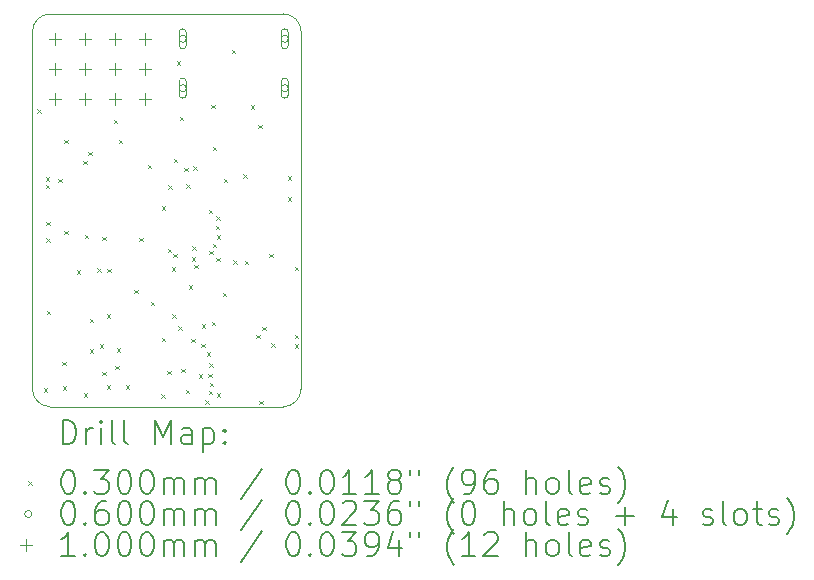
<source format=gbr>
%TF.GenerationSoftware,KiCad,Pcbnew,8.0.2*%
%TF.CreationDate,2024-08-03T15:43:03+02:00*%
%TF.ProjectId,ant control board v1.3,616e7420-636f-46e7-9472-6f6c20626f61,1.1*%
%TF.SameCoordinates,Original*%
%TF.FileFunction,Drillmap*%
%TF.FilePolarity,Positive*%
%FSLAX45Y45*%
G04 Gerber Fmt 4.5, Leading zero omitted, Abs format (unit mm)*
G04 Created by KiCad (PCBNEW 8.0.2) date 2024-08-03 15:43:03*
%MOMM*%
%LPD*%
G01*
G04 APERTURE LIST*
%ADD10C,0.050000*%
%ADD11C,0.100000*%
%ADD12C,0.200000*%
G04 APERTURE END LIST*
D10*
X13725000Y-6975000D02*
G75*
G02*
X13875000Y-6825000I150000J0D01*
G01*
D11*
X13875000Y-6825000D02*
X15850000Y-6825000D01*
D10*
X13875000Y-10150000D02*
G75*
G02*
X13725000Y-10000000I0J150000D01*
G01*
D11*
X16000000Y-6975000D02*
X16000000Y-10000000D01*
D10*
X15850000Y-6825000D02*
G75*
G02*
X16000000Y-6975000I0J-150000D01*
G01*
D11*
X13725000Y-10000000D02*
X13725000Y-6975000D01*
X15850000Y-10150000D02*
X13875000Y-10150000D01*
D10*
X16000000Y-10000000D02*
G75*
G02*
X15850000Y-10150000I-150000J0D01*
G01*
D12*
D11*
X13764500Y-7630400D02*
X13794500Y-7660400D01*
X13794500Y-7630400D02*
X13764500Y-7660400D01*
X13822920Y-9992600D02*
X13852920Y-10022600D01*
X13852920Y-9992600D02*
X13822920Y-10022600D01*
X13838160Y-8270480D02*
X13868160Y-8300480D01*
X13868160Y-8270480D02*
X13838160Y-8300480D01*
X13839400Y-8207200D02*
X13869400Y-8237200D01*
X13869400Y-8207200D02*
X13839400Y-8237200D01*
X13840700Y-8722600D02*
X13870700Y-8752600D01*
X13870700Y-8722600D02*
X13840700Y-8752600D01*
X13843240Y-8585440D02*
X13873240Y-8615440D01*
X13873240Y-8585440D02*
X13843240Y-8615440D01*
X13846090Y-9338600D02*
X13876090Y-9368600D01*
X13876090Y-9338600D02*
X13846090Y-9368600D01*
X13944400Y-8219680D02*
X13974400Y-8249680D01*
X13974400Y-8219680D02*
X13944400Y-8249680D01*
X13978900Y-9769080D02*
X14008900Y-9799080D01*
X14008900Y-9769080D02*
X13978900Y-9799080D01*
X13980400Y-9977360D02*
X14010400Y-10007360D01*
X14010400Y-9977360D02*
X13980400Y-10007360D01*
X13993100Y-7892020D02*
X14023100Y-7922020D01*
X14023100Y-7892020D02*
X13993100Y-7922020D01*
X13995640Y-8661640D02*
X14025640Y-8691640D01*
X14025640Y-8661640D02*
X13995640Y-8691640D01*
X14099780Y-8994380D02*
X14129780Y-9024380D01*
X14129780Y-8994380D02*
X14099780Y-9024380D01*
X14153192Y-8067512D02*
X14183192Y-8097512D01*
X14183192Y-8067512D02*
X14153192Y-8097512D01*
X14160332Y-10036800D02*
X14190332Y-10066800D01*
X14190332Y-10036800D02*
X14160332Y-10066800D01*
X14166508Y-8696349D02*
X14196508Y-8726349D01*
X14196508Y-8696349D02*
X14166508Y-8726349D01*
X14198840Y-7991080D02*
X14228840Y-8021080D01*
X14228840Y-7991080D02*
X14198840Y-8021080D01*
X14209000Y-9662400D02*
X14239000Y-9692400D01*
X14239000Y-9662400D02*
X14209000Y-9692400D01*
X14209307Y-9405209D02*
X14239307Y-9435209D01*
X14239307Y-9405209D02*
X14209307Y-9435209D01*
X14272500Y-8976600D02*
X14302500Y-9006600D01*
X14302500Y-8976600D02*
X14272500Y-9006600D01*
X14294569Y-9620969D02*
X14324569Y-9650969D01*
X14324569Y-9620969D02*
X14294569Y-9650969D01*
X14315089Y-9855008D02*
X14345089Y-9885008D01*
X14345089Y-9855008D02*
X14315089Y-9885008D01*
X14315800Y-8712440D02*
X14345800Y-8742440D01*
X14345800Y-8712440D02*
X14315800Y-8742440D01*
X14353780Y-9367760D02*
X14383780Y-9397760D01*
X14383780Y-9367760D02*
X14353780Y-9397760D01*
X14356320Y-9967200D02*
X14386320Y-9997200D01*
X14386320Y-9967200D02*
X14356320Y-9997200D01*
X14358860Y-8982560D02*
X14388860Y-9012560D01*
X14388860Y-8982560D02*
X14358860Y-9012560D01*
X14412200Y-7721840D02*
X14442200Y-7751840D01*
X14442200Y-7721840D02*
X14412200Y-7751840D01*
X14424900Y-9803520D02*
X14454900Y-9833520D01*
X14454900Y-9803520D02*
X14424900Y-9833520D01*
X14437600Y-9657320D02*
X14467600Y-9687320D01*
X14467600Y-9657320D02*
X14437600Y-9687320D01*
X14457920Y-7892020D02*
X14487920Y-7922020D01*
X14487920Y-7892020D02*
X14457920Y-7922020D01*
X14514810Y-9967200D02*
X14544810Y-9997200D01*
X14544810Y-9967200D02*
X14514810Y-9997200D01*
X14587460Y-9162020D02*
X14617460Y-9192020D01*
X14617460Y-9162020D02*
X14587460Y-9192020D01*
X14627359Y-8718378D02*
X14657359Y-8748378D01*
X14657359Y-8718378D02*
X14627359Y-8748378D01*
X14702513Y-8102086D02*
X14732513Y-8132086D01*
X14732513Y-8102086D02*
X14702513Y-8132086D01*
X14726040Y-9261080D02*
X14756040Y-9291080D01*
X14756040Y-9261080D02*
X14726040Y-9291080D01*
X14814800Y-10043400D02*
X14844800Y-10073400D01*
X14844800Y-10043400D02*
X14814800Y-10073400D01*
X14818530Y-8453365D02*
X14848530Y-8483365D01*
X14848530Y-8453365D02*
X14818530Y-8483365D01*
X14821140Y-9565880D02*
X14851140Y-9595880D01*
X14851140Y-9565880D02*
X14821140Y-9595880D01*
X14866529Y-9845611D02*
X14896529Y-9875611D01*
X14896529Y-9845611D02*
X14866529Y-9875611D01*
X14869400Y-8811500D02*
X14899400Y-8841500D01*
X14899400Y-8811500D02*
X14869400Y-8841500D01*
X14875360Y-8273811D02*
X14905360Y-8303811D01*
X14905360Y-8273811D02*
X14875360Y-8303811D01*
X14904960Y-8971520D02*
X14934960Y-9001520D01*
X14934960Y-8971520D02*
X14904960Y-9001520D01*
X14910040Y-9367162D02*
X14940040Y-9397162D01*
X14940040Y-9367162D02*
X14910040Y-9397162D01*
X14918619Y-8854566D02*
X14948619Y-8884566D01*
X14948619Y-8854566D02*
X14918619Y-8884566D01*
X14920200Y-8052040D02*
X14950200Y-8082040D01*
X14950200Y-8052040D02*
X14920200Y-8082040D01*
X14945600Y-7224000D02*
X14975600Y-7254000D01*
X14975600Y-7224000D02*
X14945600Y-7254000D01*
X14961679Y-9469939D02*
X14991679Y-9499939D01*
X14991679Y-9469939D02*
X14961679Y-9499939D01*
X14973540Y-7695560D02*
X15003540Y-7725560D01*
X15003540Y-7695560D02*
X14973540Y-7725560D01*
X14983700Y-9827500D02*
X15013700Y-9857500D01*
X15013700Y-9827500D02*
X14983700Y-9857500D01*
X15011640Y-8125700D02*
X15041640Y-8155700D01*
X15041640Y-8125700D02*
X15011640Y-8155700D01*
X15021800Y-10005300D02*
X15051800Y-10035300D01*
X15051800Y-10005300D02*
X15021800Y-10035300D01*
X15028281Y-8268716D02*
X15058281Y-8298716D01*
X15058281Y-8268716D02*
X15028281Y-8298716D01*
X15047200Y-9121380D02*
X15077200Y-9151380D01*
X15077200Y-9121380D02*
X15047200Y-9151380D01*
X15068719Y-9576860D02*
X15098719Y-9606860D01*
X15098719Y-9576860D02*
X15068719Y-9606860D01*
X15072600Y-8885160D02*
X15102600Y-8915160D01*
X15102600Y-8885160D02*
X15072600Y-8915160D01*
X15079741Y-8793241D02*
X15109741Y-8823241D01*
X15109741Y-8793241D02*
X15079741Y-8823241D01*
X15087840Y-8113000D02*
X15117840Y-8143000D01*
X15117840Y-8113000D02*
X15087840Y-8143000D01*
X15093281Y-8947204D02*
X15123281Y-8977204D01*
X15123281Y-8947204D02*
X15093281Y-8977204D01*
X15133224Y-9875425D02*
X15163224Y-9905425D01*
X15163224Y-9875425D02*
X15133224Y-9905425D01*
X15153880Y-9616680D02*
X15183880Y-9646680D01*
X15183880Y-9616680D02*
X15153880Y-9646680D01*
X15158960Y-9451580D02*
X15188960Y-9481580D01*
X15188960Y-9451580D02*
X15158960Y-9481580D01*
X15186900Y-10094200D02*
X15216900Y-10124200D01*
X15216900Y-10094200D02*
X15186900Y-10124200D01*
X15199600Y-9690340D02*
X15229600Y-9720340D01*
X15229600Y-9690340D02*
X15199600Y-9720340D01*
X15214840Y-9870680D02*
X15244840Y-9900680D01*
X15244840Y-9870680D02*
X15214840Y-9900680D01*
X15216356Y-10014247D02*
X15246356Y-10044247D01*
X15246356Y-10014247D02*
X15216356Y-10044247D01*
X15217380Y-8483840D02*
X15247380Y-8513840D01*
X15247380Y-8483840D02*
X15217380Y-8513840D01*
X15222312Y-9784468D02*
X15252312Y-9814468D01*
X15252312Y-9784468D02*
X15222312Y-9814468D01*
X15222403Y-8829965D02*
X15252403Y-8859965D01*
X15252403Y-8829965D02*
X15222403Y-8859965D01*
X15225000Y-9949420D02*
X15255000Y-9979420D01*
X15255000Y-9949420D02*
X15225000Y-9979420D01*
X15240240Y-7592300D02*
X15270240Y-7622300D01*
X15270240Y-7592300D02*
X15240240Y-7622300D01*
X15242780Y-9431260D02*
X15272780Y-9461260D01*
X15272780Y-9431260D02*
X15242780Y-9461260D01*
X15250400Y-7947900D02*
X15280400Y-7977900D01*
X15280400Y-7947900D02*
X15250400Y-7977900D01*
X15250400Y-8770860D02*
X15280400Y-8800860D01*
X15280400Y-8770860D02*
X15250400Y-8800860D01*
X15279131Y-8616711D02*
X15309131Y-8646711D01*
X15309131Y-8616711D02*
X15279131Y-8646711D01*
X15283420Y-8537180D02*
X15313420Y-8567180D01*
X15313420Y-8537180D02*
X15283420Y-8567180D01*
X15283420Y-8890240D02*
X15313420Y-8920240D01*
X15313420Y-8890240D02*
X15283420Y-8920240D01*
X15285960Y-8699740D02*
X15315960Y-8729740D01*
X15315960Y-8699740D02*
X15285960Y-8729740D01*
X15285960Y-10038320D02*
X15315960Y-10068320D01*
X15315960Y-10038320D02*
X15285960Y-10068320D01*
X15335982Y-9184463D02*
X15365982Y-9214463D01*
X15365982Y-9184463D02*
X15335982Y-9214463D01*
X15343301Y-8218601D02*
X15373301Y-8248601D01*
X15373301Y-8218601D02*
X15343301Y-8248601D01*
X15412960Y-7130020D02*
X15442960Y-7160020D01*
X15442960Y-7130020D02*
X15412960Y-7160020D01*
X15425660Y-8909601D02*
X15455660Y-8939601D01*
X15455660Y-8909601D02*
X15425660Y-8939601D01*
X15509480Y-8181580D02*
X15539480Y-8211580D01*
X15539480Y-8181580D02*
X15509480Y-8211580D01*
X15522180Y-8913100D02*
X15552180Y-8943100D01*
X15552180Y-8913100D02*
X15522180Y-8943100D01*
X15574250Y-7598650D02*
X15604250Y-7628650D01*
X15604250Y-7598650D02*
X15574250Y-7628650D01*
X15622081Y-9542936D02*
X15652081Y-9572936D01*
X15652081Y-9542936D02*
X15622081Y-9572936D01*
X15636480Y-7762480D02*
X15666480Y-7792480D01*
X15666480Y-7762480D02*
X15636480Y-7792480D01*
X15644100Y-10101820D02*
X15674100Y-10131820D01*
X15674100Y-10101820D02*
X15644100Y-10131820D01*
X15669500Y-9471900D02*
X15699500Y-9501900D01*
X15699500Y-9471900D02*
X15669500Y-9501900D01*
X15730821Y-8854601D02*
X15760821Y-8884601D01*
X15760821Y-8854601D02*
X15730821Y-8884601D01*
X15748240Y-9612936D02*
X15778240Y-9642936D01*
X15778240Y-9612936D02*
X15748240Y-9642936D01*
X15885400Y-8199360D02*
X15915400Y-8229360D01*
X15915400Y-8199360D02*
X15885400Y-8229360D01*
X15887940Y-8377160D02*
X15917940Y-8407160D01*
X15917940Y-8377160D02*
X15887940Y-8407160D01*
X15944280Y-8966440D02*
X15974280Y-8996440D01*
X15974280Y-8966440D02*
X15944280Y-8996440D01*
X15944280Y-9542936D02*
X15974280Y-9572936D01*
X15974280Y-9542936D02*
X15944280Y-9572936D01*
X15944553Y-9619613D02*
X15974553Y-9649613D01*
X15974553Y-9619613D02*
X15944553Y-9649613D01*
X15027300Y-7035550D02*
G75*
G02*
X14967300Y-7035550I-30000J0D01*
G01*
X14967300Y-7035550D02*
G75*
G02*
X15027300Y-7035550I30000J0D01*
G01*
X14967300Y-6980550D02*
X14967300Y-7090550D01*
X15027300Y-7090550D02*
G75*
G02*
X14967300Y-7090550I-30000J0D01*
G01*
X15027300Y-7090550D02*
X15027300Y-6980550D01*
X15027300Y-6980550D02*
G75*
G03*
X14967300Y-6980550I-30000J0D01*
G01*
X15027300Y-7453550D02*
G75*
G02*
X14967300Y-7453550I-30000J0D01*
G01*
X14967300Y-7453550D02*
G75*
G02*
X15027300Y-7453550I30000J0D01*
G01*
X14967300Y-7398550D02*
X14967300Y-7508550D01*
X15027300Y-7508550D02*
G75*
G02*
X14967300Y-7508550I-30000J0D01*
G01*
X15027300Y-7508550D02*
X15027300Y-7398550D01*
X15027300Y-7398550D02*
G75*
G03*
X14967300Y-7398550I-30000J0D01*
G01*
X15891300Y-7035550D02*
G75*
G02*
X15831300Y-7035550I-30000J0D01*
G01*
X15831300Y-7035550D02*
G75*
G02*
X15891300Y-7035550I30000J0D01*
G01*
X15831300Y-6980550D02*
X15831300Y-7090550D01*
X15891300Y-7090550D02*
G75*
G02*
X15831300Y-7090550I-30000J0D01*
G01*
X15891300Y-7090550D02*
X15891300Y-6980550D01*
X15891300Y-6980550D02*
G75*
G03*
X15831300Y-6980550I-30000J0D01*
G01*
X15891300Y-7453550D02*
G75*
G02*
X15831300Y-7453550I-30000J0D01*
G01*
X15831300Y-7453550D02*
G75*
G02*
X15891300Y-7453550I30000J0D01*
G01*
X15831300Y-7398550D02*
X15831300Y-7508550D01*
X15891300Y-7508550D02*
G75*
G02*
X15831300Y-7508550I-30000J0D01*
G01*
X15891300Y-7508550D02*
X15891300Y-7398550D01*
X15891300Y-7398550D02*
G75*
G03*
X15831300Y-7398550I-30000J0D01*
G01*
X13919200Y-6985800D02*
X13919200Y-7085800D01*
X13869200Y-7035800D02*
X13969200Y-7035800D01*
X13919200Y-7239800D02*
X13919200Y-7339800D01*
X13869200Y-7289800D02*
X13969200Y-7289800D01*
X13919200Y-7493800D02*
X13919200Y-7593800D01*
X13869200Y-7543800D02*
X13969200Y-7543800D01*
X14173200Y-6985800D02*
X14173200Y-7085800D01*
X14123200Y-7035800D02*
X14223200Y-7035800D01*
X14173200Y-7239800D02*
X14173200Y-7339800D01*
X14123200Y-7289800D02*
X14223200Y-7289800D01*
X14173200Y-7493800D02*
X14173200Y-7593800D01*
X14123200Y-7543800D02*
X14223200Y-7543800D01*
X14427200Y-6985800D02*
X14427200Y-7085800D01*
X14377200Y-7035800D02*
X14477200Y-7035800D01*
X14427200Y-7239800D02*
X14427200Y-7339800D01*
X14377200Y-7289800D02*
X14477200Y-7289800D01*
X14427200Y-7493800D02*
X14427200Y-7593800D01*
X14377200Y-7543800D02*
X14477200Y-7543800D01*
X14681200Y-6985800D02*
X14681200Y-7085800D01*
X14631200Y-7035800D02*
X14731200Y-7035800D01*
X14681200Y-7239800D02*
X14681200Y-7339800D01*
X14631200Y-7289800D02*
X14731200Y-7289800D01*
X14681200Y-7493800D02*
X14681200Y-7593800D01*
X14631200Y-7543800D02*
X14731200Y-7543800D01*
D12*
X13980777Y-10466484D02*
X13980777Y-10266484D01*
X13980777Y-10266484D02*
X14028396Y-10266484D01*
X14028396Y-10266484D02*
X14056967Y-10276008D01*
X14056967Y-10276008D02*
X14076015Y-10295055D01*
X14076015Y-10295055D02*
X14085539Y-10314103D01*
X14085539Y-10314103D02*
X14095062Y-10352198D01*
X14095062Y-10352198D02*
X14095062Y-10380770D01*
X14095062Y-10380770D02*
X14085539Y-10418865D01*
X14085539Y-10418865D02*
X14076015Y-10437912D01*
X14076015Y-10437912D02*
X14056967Y-10456960D01*
X14056967Y-10456960D02*
X14028396Y-10466484D01*
X14028396Y-10466484D02*
X13980777Y-10466484D01*
X14180777Y-10466484D02*
X14180777Y-10333150D01*
X14180777Y-10371246D02*
X14190301Y-10352198D01*
X14190301Y-10352198D02*
X14199824Y-10342674D01*
X14199824Y-10342674D02*
X14218872Y-10333150D01*
X14218872Y-10333150D02*
X14237920Y-10333150D01*
X14304586Y-10466484D02*
X14304586Y-10333150D01*
X14304586Y-10266484D02*
X14295062Y-10276008D01*
X14295062Y-10276008D02*
X14304586Y-10285531D01*
X14304586Y-10285531D02*
X14314110Y-10276008D01*
X14314110Y-10276008D02*
X14304586Y-10266484D01*
X14304586Y-10266484D02*
X14304586Y-10285531D01*
X14428396Y-10466484D02*
X14409348Y-10456960D01*
X14409348Y-10456960D02*
X14399824Y-10437912D01*
X14399824Y-10437912D02*
X14399824Y-10266484D01*
X14533158Y-10466484D02*
X14514110Y-10456960D01*
X14514110Y-10456960D02*
X14504586Y-10437912D01*
X14504586Y-10437912D02*
X14504586Y-10266484D01*
X14761729Y-10466484D02*
X14761729Y-10266484D01*
X14761729Y-10266484D02*
X14828396Y-10409341D01*
X14828396Y-10409341D02*
X14895062Y-10266484D01*
X14895062Y-10266484D02*
X14895062Y-10466484D01*
X15076015Y-10466484D02*
X15076015Y-10361722D01*
X15076015Y-10361722D02*
X15066491Y-10342674D01*
X15066491Y-10342674D02*
X15047443Y-10333150D01*
X15047443Y-10333150D02*
X15009348Y-10333150D01*
X15009348Y-10333150D02*
X14990301Y-10342674D01*
X15076015Y-10456960D02*
X15056967Y-10466484D01*
X15056967Y-10466484D02*
X15009348Y-10466484D01*
X15009348Y-10466484D02*
X14990301Y-10456960D01*
X14990301Y-10456960D02*
X14980777Y-10437912D01*
X14980777Y-10437912D02*
X14980777Y-10418865D01*
X14980777Y-10418865D02*
X14990301Y-10399817D01*
X14990301Y-10399817D02*
X15009348Y-10390293D01*
X15009348Y-10390293D02*
X15056967Y-10390293D01*
X15056967Y-10390293D02*
X15076015Y-10380770D01*
X15171253Y-10333150D02*
X15171253Y-10533150D01*
X15171253Y-10342674D02*
X15190301Y-10333150D01*
X15190301Y-10333150D02*
X15228396Y-10333150D01*
X15228396Y-10333150D02*
X15247443Y-10342674D01*
X15247443Y-10342674D02*
X15256967Y-10352198D01*
X15256967Y-10352198D02*
X15266491Y-10371246D01*
X15266491Y-10371246D02*
X15266491Y-10428389D01*
X15266491Y-10428389D02*
X15256967Y-10447436D01*
X15256967Y-10447436D02*
X15247443Y-10456960D01*
X15247443Y-10456960D02*
X15228396Y-10466484D01*
X15228396Y-10466484D02*
X15190301Y-10466484D01*
X15190301Y-10466484D02*
X15171253Y-10456960D01*
X15352205Y-10447436D02*
X15361729Y-10456960D01*
X15361729Y-10456960D02*
X15352205Y-10466484D01*
X15352205Y-10466484D02*
X15342682Y-10456960D01*
X15342682Y-10456960D02*
X15352205Y-10447436D01*
X15352205Y-10447436D02*
X15352205Y-10466484D01*
X15352205Y-10342674D02*
X15361729Y-10352198D01*
X15361729Y-10352198D02*
X15352205Y-10361722D01*
X15352205Y-10361722D02*
X15342682Y-10352198D01*
X15342682Y-10352198D02*
X15352205Y-10342674D01*
X15352205Y-10342674D02*
X15352205Y-10361722D01*
D11*
X13690000Y-10780000D02*
X13720000Y-10810000D01*
X13720000Y-10780000D02*
X13690000Y-10810000D01*
D12*
X14018872Y-10686484D02*
X14037920Y-10686484D01*
X14037920Y-10686484D02*
X14056967Y-10696008D01*
X14056967Y-10696008D02*
X14066491Y-10705531D01*
X14066491Y-10705531D02*
X14076015Y-10724579D01*
X14076015Y-10724579D02*
X14085539Y-10762674D01*
X14085539Y-10762674D02*
X14085539Y-10810293D01*
X14085539Y-10810293D02*
X14076015Y-10848389D01*
X14076015Y-10848389D02*
X14066491Y-10867436D01*
X14066491Y-10867436D02*
X14056967Y-10876960D01*
X14056967Y-10876960D02*
X14037920Y-10886484D01*
X14037920Y-10886484D02*
X14018872Y-10886484D01*
X14018872Y-10886484D02*
X13999824Y-10876960D01*
X13999824Y-10876960D02*
X13990301Y-10867436D01*
X13990301Y-10867436D02*
X13980777Y-10848389D01*
X13980777Y-10848389D02*
X13971253Y-10810293D01*
X13971253Y-10810293D02*
X13971253Y-10762674D01*
X13971253Y-10762674D02*
X13980777Y-10724579D01*
X13980777Y-10724579D02*
X13990301Y-10705531D01*
X13990301Y-10705531D02*
X13999824Y-10696008D01*
X13999824Y-10696008D02*
X14018872Y-10686484D01*
X14171253Y-10867436D02*
X14180777Y-10876960D01*
X14180777Y-10876960D02*
X14171253Y-10886484D01*
X14171253Y-10886484D02*
X14161729Y-10876960D01*
X14161729Y-10876960D02*
X14171253Y-10867436D01*
X14171253Y-10867436D02*
X14171253Y-10886484D01*
X14247443Y-10686484D02*
X14371253Y-10686484D01*
X14371253Y-10686484D02*
X14304586Y-10762674D01*
X14304586Y-10762674D02*
X14333158Y-10762674D01*
X14333158Y-10762674D02*
X14352205Y-10772198D01*
X14352205Y-10772198D02*
X14361729Y-10781722D01*
X14361729Y-10781722D02*
X14371253Y-10800770D01*
X14371253Y-10800770D02*
X14371253Y-10848389D01*
X14371253Y-10848389D02*
X14361729Y-10867436D01*
X14361729Y-10867436D02*
X14352205Y-10876960D01*
X14352205Y-10876960D02*
X14333158Y-10886484D01*
X14333158Y-10886484D02*
X14276015Y-10886484D01*
X14276015Y-10886484D02*
X14256967Y-10876960D01*
X14256967Y-10876960D02*
X14247443Y-10867436D01*
X14495062Y-10686484D02*
X14514110Y-10686484D01*
X14514110Y-10686484D02*
X14533158Y-10696008D01*
X14533158Y-10696008D02*
X14542682Y-10705531D01*
X14542682Y-10705531D02*
X14552205Y-10724579D01*
X14552205Y-10724579D02*
X14561729Y-10762674D01*
X14561729Y-10762674D02*
X14561729Y-10810293D01*
X14561729Y-10810293D02*
X14552205Y-10848389D01*
X14552205Y-10848389D02*
X14542682Y-10867436D01*
X14542682Y-10867436D02*
X14533158Y-10876960D01*
X14533158Y-10876960D02*
X14514110Y-10886484D01*
X14514110Y-10886484D02*
X14495062Y-10886484D01*
X14495062Y-10886484D02*
X14476015Y-10876960D01*
X14476015Y-10876960D02*
X14466491Y-10867436D01*
X14466491Y-10867436D02*
X14456967Y-10848389D01*
X14456967Y-10848389D02*
X14447443Y-10810293D01*
X14447443Y-10810293D02*
X14447443Y-10762674D01*
X14447443Y-10762674D02*
X14456967Y-10724579D01*
X14456967Y-10724579D02*
X14466491Y-10705531D01*
X14466491Y-10705531D02*
X14476015Y-10696008D01*
X14476015Y-10696008D02*
X14495062Y-10686484D01*
X14685539Y-10686484D02*
X14704586Y-10686484D01*
X14704586Y-10686484D02*
X14723634Y-10696008D01*
X14723634Y-10696008D02*
X14733158Y-10705531D01*
X14733158Y-10705531D02*
X14742682Y-10724579D01*
X14742682Y-10724579D02*
X14752205Y-10762674D01*
X14752205Y-10762674D02*
X14752205Y-10810293D01*
X14752205Y-10810293D02*
X14742682Y-10848389D01*
X14742682Y-10848389D02*
X14733158Y-10867436D01*
X14733158Y-10867436D02*
X14723634Y-10876960D01*
X14723634Y-10876960D02*
X14704586Y-10886484D01*
X14704586Y-10886484D02*
X14685539Y-10886484D01*
X14685539Y-10886484D02*
X14666491Y-10876960D01*
X14666491Y-10876960D02*
X14656967Y-10867436D01*
X14656967Y-10867436D02*
X14647443Y-10848389D01*
X14647443Y-10848389D02*
X14637920Y-10810293D01*
X14637920Y-10810293D02*
X14637920Y-10762674D01*
X14637920Y-10762674D02*
X14647443Y-10724579D01*
X14647443Y-10724579D02*
X14656967Y-10705531D01*
X14656967Y-10705531D02*
X14666491Y-10696008D01*
X14666491Y-10696008D02*
X14685539Y-10686484D01*
X14837920Y-10886484D02*
X14837920Y-10753150D01*
X14837920Y-10772198D02*
X14847443Y-10762674D01*
X14847443Y-10762674D02*
X14866491Y-10753150D01*
X14866491Y-10753150D02*
X14895063Y-10753150D01*
X14895063Y-10753150D02*
X14914110Y-10762674D01*
X14914110Y-10762674D02*
X14923634Y-10781722D01*
X14923634Y-10781722D02*
X14923634Y-10886484D01*
X14923634Y-10781722D02*
X14933158Y-10762674D01*
X14933158Y-10762674D02*
X14952205Y-10753150D01*
X14952205Y-10753150D02*
X14980777Y-10753150D01*
X14980777Y-10753150D02*
X14999824Y-10762674D01*
X14999824Y-10762674D02*
X15009348Y-10781722D01*
X15009348Y-10781722D02*
X15009348Y-10886484D01*
X15104586Y-10886484D02*
X15104586Y-10753150D01*
X15104586Y-10772198D02*
X15114110Y-10762674D01*
X15114110Y-10762674D02*
X15133158Y-10753150D01*
X15133158Y-10753150D02*
X15161729Y-10753150D01*
X15161729Y-10753150D02*
X15180777Y-10762674D01*
X15180777Y-10762674D02*
X15190301Y-10781722D01*
X15190301Y-10781722D02*
X15190301Y-10886484D01*
X15190301Y-10781722D02*
X15199824Y-10762674D01*
X15199824Y-10762674D02*
X15218872Y-10753150D01*
X15218872Y-10753150D02*
X15247443Y-10753150D01*
X15247443Y-10753150D02*
X15266491Y-10762674D01*
X15266491Y-10762674D02*
X15276015Y-10781722D01*
X15276015Y-10781722D02*
X15276015Y-10886484D01*
X15666491Y-10676960D02*
X15495063Y-10934103D01*
X15923634Y-10686484D02*
X15942682Y-10686484D01*
X15942682Y-10686484D02*
X15961729Y-10696008D01*
X15961729Y-10696008D02*
X15971253Y-10705531D01*
X15971253Y-10705531D02*
X15980777Y-10724579D01*
X15980777Y-10724579D02*
X15990301Y-10762674D01*
X15990301Y-10762674D02*
X15990301Y-10810293D01*
X15990301Y-10810293D02*
X15980777Y-10848389D01*
X15980777Y-10848389D02*
X15971253Y-10867436D01*
X15971253Y-10867436D02*
X15961729Y-10876960D01*
X15961729Y-10876960D02*
X15942682Y-10886484D01*
X15942682Y-10886484D02*
X15923634Y-10886484D01*
X15923634Y-10886484D02*
X15904586Y-10876960D01*
X15904586Y-10876960D02*
X15895063Y-10867436D01*
X15895063Y-10867436D02*
X15885539Y-10848389D01*
X15885539Y-10848389D02*
X15876015Y-10810293D01*
X15876015Y-10810293D02*
X15876015Y-10762674D01*
X15876015Y-10762674D02*
X15885539Y-10724579D01*
X15885539Y-10724579D02*
X15895063Y-10705531D01*
X15895063Y-10705531D02*
X15904586Y-10696008D01*
X15904586Y-10696008D02*
X15923634Y-10686484D01*
X16076015Y-10867436D02*
X16085539Y-10876960D01*
X16085539Y-10876960D02*
X16076015Y-10886484D01*
X16076015Y-10886484D02*
X16066491Y-10876960D01*
X16066491Y-10876960D02*
X16076015Y-10867436D01*
X16076015Y-10867436D02*
X16076015Y-10886484D01*
X16209348Y-10686484D02*
X16228396Y-10686484D01*
X16228396Y-10686484D02*
X16247444Y-10696008D01*
X16247444Y-10696008D02*
X16256967Y-10705531D01*
X16256967Y-10705531D02*
X16266491Y-10724579D01*
X16266491Y-10724579D02*
X16276015Y-10762674D01*
X16276015Y-10762674D02*
X16276015Y-10810293D01*
X16276015Y-10810293D02*
X16266491Y-10848389D01*
X16266491Y-10848389D02*
X16256967Y-10867436D01*
X16256967Y-10867436D02*
X16247444Y-10876960D01*
X16247444Y-10876960D02*
X16228396Y-10886484D01*
X16228396Y-10886484D02*
X16209348Y-10886484D01*
X16209348Y-10886484D02*
X16190301Y-10876960D01*
X16190301Y-10876960D02*
X16180777Y-10867436D01*
X16180777Y-10867436D02*
X16171253Y-10848389D01*
X16171253Y-10848389D02*
X16161729Y-10810293D01*
X16161729Y-10810293D02*
X16161729Y-10762674D01*
X16161729Y-10762674D02*
X16171253Y-10724579D01*
X16171253Y-10724579D02*
X16180777Y-10705531D01*
X16180777Y-10705531D02*
X16190301Y-10696008D01*
X16190301Y-10696008D02*
X16209348Y-10686484D01*
X16466491Y-10886484D02*
X16352206Y-10886484D01*
X16409348Y-10886484D02*
X16409348Y-10686484D01*
X16409348Y-10686484D02*
X16390301Y-10715055D01*
X16390301Y-10715055D02*
X16371253Y-10734103D01*
X16371253Y-10734103D02*
X16352206Y-10743627D01*
X16656967Y-10886484D02*
X16542682Y-10886484D01*
X16599825Y-10886484D02*
X16599825Y-10686484D01*
X16599825Y-10686484D02*
X16580777Y-10715055D01*
X16580777Y-10715055D02*
X16561729Y-10734103D01*
X16561729Y-10734103D02*
X16542682Y-10743627D01*
X16771253Y-10772198D02*
X16752206Y-10762674D01*
X16752206Y-10762674D02*
X16742682Y-10753150D01*
X16742682Y-10753150D02*
X16733158Y-10734103D01*
X16733158Y-10734103D02*
X16733158Y-10724579D01*
X16733158Y-10724579D02*
X16742682Y-10705531D01*
X16742682Y-10705531D02*
X16752206Y-10696008D01*
X16752206Y-10696008D02*
X16771253Y-10686484D01*
X16771253Y-10686484D02*
X16809349Y-10686484D01*
X16809349Y-10686484D02*
X16828396Y-10696008D01*
X16828396Y-10696008D02*
X16837920Y-10705531D01*
X16837920Y-10705531D02*
X16847444Y-10724579D01*
X16847444Y-10724579D02*
X16847444Y-10734103D01*
X16847444Y-10734103D02*
X16837920Y-10753150D01*
X16837920Y-10753150D02*
X16828396Y-10762674D01*
X16828396Y-10762674D02*
X16809349Y-10772198D01*
X16809349Y-10772198D02*
X16771253Y-10772198D01*
X16771253Y-10772198D02*
X16752206Y-10781722D01*
X16752206Y-10781722D02*
X16742682Y-10791246D01*
X16742682Y-10791246D02*
X16733158Y-10810293D01*
X16733158Y-10810293D02*
X16733158Y-10848389D01*
X16733158Y-10848389D02*
X16742682Y-10867436D01*
X16742682Y-10867436D02*
X16752206Y-10876960D01*
X16752206Y-10876960D02*
X16771253Y-10886484D01*
X16771253Y-10886484D02*
X16809349Y-10886484D01*
X16809349Y-10886484D02*
X16828396Y-10876960D01*
X16828396Y-10876960D02*
X16837920Y-10867436D01*
X16837920Y-10867436D02*
X16847444Y-10848389D01*
X16847444Y-10848389D02*
X16847444Y-10810293D01*
X16847444Y-10810293D02*
X16837920Y-10791246D01*
X16837920Y-10791246D02*
X16828396Y-10781722D01*
X16828396Y-10781722D02*
X16809349Y-10772198D01*
X16923634Y-10686484D02*
X16923634Y-10724579D01*
X16999825Y-10686484D02*
X16999825Y-10724579D01*
X17295063Y-10962674D02*
X17285539Y-10953150D01*
X17285539Y-10953150D02*
X17266491Y-10924579D01*
X17266491Y-10924579D02*
X17256968Y-10905531D01*
X17256968Y-10905531D02*
X17247444Y-10876960D01*
X17247444Y-10876960D02*
X17237920Y-10829341D01*
X17237920Y-10829341D02*
X17237920Y-10791246D01*
X17237920Y-10791246D02*
X17247444Y-10743627D01*
X17247444Y-10743627D02*
X17256968Y-10715055D01*
X17256968Y-10715055D02*
X17266491Y-10696008D01*
X17266491Y-10696008D02*
X17285539Y-10667436D01*
X17285539Y-10667436D02*
X17295063Y-10657912D01*
X17380777Y-10886484D02*
X17418872Y-10886484D01*
X17418872Y-10886484D02*
X17437920Y-10876960D01*
X17437920Y-10876960D02*
X17447444Y-10867436D01*
X17447444Y-10867436D02*
X17466491Y-10838865D01*
X17466491Y-10838865D02*
X17476015Y-10800770D01*
X17476015Y-10800770D02*
X17476015Y-10724579D01*
X17476015Y-10724579D02*
X17466491Y-10705531D01*
X17466491Y-10705531D02*
X17456968Y-10696008D01*
X17456968Y-10696008D02*
X17437920Y-10686484D01*
X17437920Y-10686484D02*
X17399825Y-10686484D01*
X17399825Y-10686484D02*
X17380777Y-10696008D01*
X17380777Y-10696008D02*
X17371253Y-10705531D01*
X17371253Y-10705531D02*
X17361730Y-10724579D01*
X17361730Y-10724579D02*
X17361730Y-10772198D01*
X17361730Y-10772198D02*
X17371253Y-10791246D01*
X17371253Y-10791246D02*
X17380777Y-10800770D01*
X17380777Y-10800770D02*
X17399825Y-10810293D01*
X17399825Y-10810293D02*
X17437920Y-10810293D01*
X17437920Y-10810293D02*
X17456968Y-10800770D01*
X17456968Y-10800770D02*
X17466491Y-10791246D01*
X17466491Y-10791246D02*
X17476015Y-10772198D01*
X17647444Y-10686484D02*
X17609349Y-10686484D01*
X17609349Y-10686484D02*
X17590301Y-10696008D01*
X17590301Y-10696008D02*
X17580777Y-10705531D01*
X17580777Y-10705531D02*
X17561730Y-10734103D01*
X17561730Y-10734103D02*
X17552206Y-10772198D01*
X17552206Y-10772198D02*
X17552206Y-10848389D01*
X17552206Y-10848389D02*
X17561730Y-10867436D01*
X17561730Y-10867436D02*
X17571253Y-10876960D01*
X17571253Y-10876960D02*
X17590301Y-10886484D01*
X17590301Y-10886484D02*
X17628396Y-10886484D01*
X17628396Y-10886484D02*
X17647444Y-10876960D01*
X17647444Y-10876960D02*
X17656968Y-10867436D01*
X17656968Y-10867436D02*
X17666491Y-10848389D01*
X17666491Y-10848389D02*
X17666491Y-10800770D01*
X17666491Y-10800770D02*
X17656968Y-10781722D01*
X17656968Y-10781722D02*
X17647444Y-10772198D01*
X17647444Y-10772198D02*
X17628396Y-10762674D01*
X17628396Y-10762674D02*
X17590301Y-10762674D01*
X17590301Y-10762674D02*
X17571253Y-10772198D01*
X17571253Y-10772198D02*
X17561730Y-10781722D01*
X17561730Y-10781722D02*
X17552206Y-10800770D01*
X17904587Y-10886484D02*
X17904587Y-10686484D01*
X17990301Y-10886484D02*
X17990301Y-10781722D01*
X17990301Y-10781722D02*
X17980777Y-10762674D01*
X17980777Y-10762674D02*
X17961730Y-10753150D01*
X17961730Y-10753150D02*
X17933158Y-10753150D01*
X17933158Y-10753150D02*
X17914111Y-10762674D01*
X17914111Y-10762674D02*
X17904587Y-10772198D01*
X18114111Y-10886484D02*
X18095063Y-10876960D01*
X18095063Y-10876960D02*
X18085539Y-10867436D01*
X18085539Y-10867436D02*
X18076015Y-10848389D01*
X18076015Y-10848389D02*
X18076015Y-10791246D01*
X18076015Y-10791246D02*
X18085539Y-10772198D01*
X18085539Y-10772198D02*
X18095063Y-10762674D01*
X18095063Y-10762674D02*
X18114111Y-10753150D01*
X18114111Y-10753150D02*
X18142682Y-10753150D01*
X18142682Y-10753150D02*
X18161730Y-10762674D01*
X18161730Y-10762674D02*
X18171253Y-10772198D01*
X18171253Y-10772198D02*
X18180777Y-10791246D01*
X18180777Y-10791246D02*
X18180777Y-10848389D01*
X18180777Y-10848389D02*
X18171253Y-10867436D01*
X18171253Y-10867436D02*
X18161730Y-10876960D01*
X18161730Y-10876960D02*
X18142682Y-10886484D01*
X18142682Y-10886484D02*
X18114111Y-10886484D01*
X18295063Y-10886484D02*
X18276015Y-10876960D01*
X18276015Y-10876960D02*
X18266492Y-10857912D01*
X18266492Y-10857912D02*
X18266492Y-10686484D01*
X18447444Y-10876960D02*
X18428396Y-10886484D01*
X18428396Y-10886484D02*
X18390301Y-10886484D01*
X18390301Y-10886484D02*
X18371253Y-10876960D01*
X18371253Y-10876960D02*
X18361730Y-10857912D01*
X18361730Y-10857912D02*
X18361730Y-10781722D01*
X18361730Y-10781722D02*
X18371253Y-10762674D01*
X18371253Y-10762674D02*
X18390301Y-10753150D01*
X18390301Y-10753150D02*
X18428396Y-10753150D01*
X18428396Y-10753150D02*
X18447444Y-10762674D01*
X18447444Y-10762674D02*
X18456968Y-10781722D01*
X18456968Y-10781722D02*
X18456968Y-10800770D01*
X18456968Y-10800770D02*
X18361730Y-10819817D01*
X18533158Y-10876960D02*
X18552206Y-10886484D01*
X18552206Y-10886484D02*
X18590301Y-10886484D01*
X18590301Y-10886484D02*
X18609349Y-10876960D01*
X18609349Y-10876960D02*
X18618873Y-10857912D01*
X18618873Y-10857912D02*
X18618873Y-10848389D01*
X18618873Y-10848389D02*
X18609349Y-10829341D01*
X18609349Y-10829341D02*
X18590301Y-10819817D01*
X18590301Y-10819817D02*
X18561730Y-10819817D01*
X18561730Y-10819817D02*
X18542682Y-10810293D01*
X18542682Y-10810293D02*
X18533158Y-10791246D01*
X18533158Y-10791246D02*
X18533158Y-10781722D01*
X18533158Y-10781722D02*
X18542682Y-10762674D01*
X18542682Y-10762674D02*
X18561730Y-10753150D01*
X18561730Y-10753150D02*
X18590301Y-10753150D01*
X18590301Y-10753150D02*
X18609349Y-10762674D01*
X18685539Y-10962674D02*
X18695063Y-10953150D01*
X18695063Y-10953150D02*
X18714111Y-10924579D01*
X18714111Y-10924579D02*
X18723634Y-10905531D01*
X18723634Y-10905531D02*
X18733158Y-10876960D01*
X18733158Y-10876960D02*
X18742682Y-10829341D01*
X18742682Y-10829341D02*
X18742682Y-10791246D01*
X18742682Y-10791246D02*
X18733158Y-10743627D01*
X18733158Y-10743627D02*
X18723634Y-10715055D01*
X18723634Y-10715055D02*
X18714111Y-10696008D01*
X18714111Y-10696008D02*
X18695063Y-10667436D01*
X18695063Y-10667436D02*
X18685539Y-10657912D01*
D11*
X13720000Y-11059000D02*
G75*
G02*
X13660000Y-11059000I-30000J0D01*
G01*
X13660000Y-11059000D02*
G75*
G02*
X13720000Y-11059000I30000J0D01*
G01*
D12*
X14018872Y-10950484D02*
X14037920Y-10950484D01*
X14037920Y-10950484D02*
X14056967Y-10960008D01*
X14056967Y-10960008D02*
X14066491Y-10969531D01*
X14066491Y-10969531D02*
X14076015Y-10988579D01*
X14076015Y-10988579D02*
X14085539Y-11026674D01*
X14085539Y-11026674D02*
X14085539Y-11074293D01*
X14085539Y-11074293D02*
X14076015Y-11112389D01*
X14076015Y-11112389D02*
X14066491Y-11131436D01*
X14066491Y-11131436D02*
X14056967Y-11140960D01*
X14056967Y-11140960D02*
X14037920Y-11150484D01*
X14037920Y-11150484D02*
X14018872Y-11150484D01*
X14018872Y-11150484D02*
X13999824Y-11140960D01*
X13999824Y-11140960D02*
X13990301Y-11131436D01*
X13990301Y-11131436D02*
X13980777Y-11112389D01*
X13980777Y-11112389D02*
X13971253Y-11074293D01*
X13971253Y-11074293D02*
X13971253Y-11026674D01*
X13971253Y-11026674D02*
X13980777Y-10988579D01*
X13980777Y-10988579D02*
X13990301Y-10969531D01*
X13990301Y-10969531D02*
X13999824Y-10960008D01*
X13999824Y-10960008D02*
X14018872Y-10950484D01*
X14171253Y-11131436D02*
X14180777Y-11140960D01*
X14180777Y-11140960D02*
X14171253Y-11150484D01*
X14171253Y-11150484D02*
X14161729Y-11140960D01*
X14161729Y-11140960D02*
X14171253Y-11131436D01*
X14171253Y-11131436D02*
X14171253Y-11150484D01*
X14352205Y-10950484D02*
X14314110Y-10950484D01*
X14314110Y-10950484D02*
X14295062Y-10960008D01*
X14295062Y-10960008D02*
X14285539Y-10969531D01*
X14285539Y-10969531D02*
X14266491Y-10998103D01*
X14266491Y-10998103D02*
X14256967Y-11036198D01*
X14256967Y-11036198D02*
X14256967Y-11112389D01*
X14256967Y-11112389D02*
X14266491Y-11131436D01*
X14266491Y-11131436D02*
X14276015Y-11140960D01*
X14276015Y-11140960D02*
X14295062Y-11150484D01*
X14295062Y-11150484D02*
X14333158Y-11150484D01*
X14333158Y-11150484D02*
X14352205Y-11140960D01*
X14352205Y-11140960D02*
X14361729Y-11131436D01*
X14361729Y-11131436D02*
X14371253Y-11112389D01*
X14371253Y-11112389D02*
X14371253Y-11064770D01*
X14371253Y-11064770D02*
X14361729Y-11045722D01*
X14361729Y-11045722D02*
X14352205Y-11036198D01*
X14352205Y-11036198D02*
X14333158Y-11026674D01*
X14333158Y-11026674D02*
X14295062Y-11026674D01*
X14295062Y-11026674D02*
X14276015Y-11036198D01*
X14276015Y-11036198D02*
X14266491Y-11045722D01*
X14266491Y-11045722D02*
X14256967Y-11064770D01*
X14495062Y-10950484D02*
X14514110Y-10950484D01*
X14514110Y-10950484D02*
X14533158Y-10960008D01*
X14533158Y-10960008D02*
X14542682Y-10969531D01*
X14542682Y-10969531D02*
X14552205Y-10988579D01*
X14552205Y-10988579D02*
X14561729Y-11026674D01*
X14561729Y-11026674D02*
X14561729Y-11074293D01*
X14561729Y-11074293D02*
X14552205Y-11112389D01*
X14552205Y-11112389D02*
X14542682Y-11131436D01*
X14542682Y-11131436D02*
X14533158Y-11140960D01*
X14533158Y-11140960D02*
X14514110Y-11150484D01*
X14514110Y-11150484D02*
X14495062Y-11150484D01*
X14495062Y-11150484D02*
X14476015Y-11140960D01*
X14476015Y-11140960D02*
X14466491Y-11131436D01*
X14466491Y-11131436D02*
X14456967Y-11112389D01*
X14456967Y-11112389D02*
X14447443Y-11074293D01*
X14447443Y-11074293D02*
X14447443Y-11026674D01*
X14447443Y-11026674D02*
X14456967Y-10988579D01*
X14456967Y-10988579D02*
X14466491Y-10969531D01*
X14466491Y-10969531D02*
X14476015Y-10960008D01*
X14476015Y-10960008D02*
X14495062Y-10950484D01*
X14685539Y-10950484D02*
X14704586Y-10950484D01*
X14704586Y-10950484D02*
X14723634Y-10960008D01*
X14723634Y-10960008D02*
X14733158Y-10969531D01*
X14733158Y-10969531D02*
X14742682Y-10988579D01*
X14742682Y-10988579D02*
X14752205Y-11026674D01*
X14752205Y-11026674D02*
X14752205Y-11074293D01*
X14752205Y-11074293D02*
X14742682Y-11112389D01*
X14742682Y-11112389D02*
X14733158Y-11131436D01*
X14733158Y-11131436D02*
X14723634Y-11140960D01*
X14723634Y-11140960D02*
X14704586Y-11150484D01*
X14704586Y-11150484D02*
X14685539Y-11150484D01*
X14685539Y-11150484D02*
X14666491Y-11140960D01*
X14666491Y-11140960D02*
X14656967Y-11131436D01*
X14656967Y-11131436D02*
X14647443Y-11112389D01*
X14647443Y-11112389D02*
X14637920Y-11074293D01*
X14637920Y-11074293D02*
X14637920Y-11026674D01*
X14637920Y-11026674D02*
X14647443Y-10988579D01*
X14647443Y-10988579D02*
X14656967Y-10969531D01*
X14656967Y-10969531D02*
X14666491Y-10960008D01*
X14666491Y-10960008D02*
X14685539Y-10950484D01*
X14837920Y-11150484D02*
X14837920Y-11017150D01*
X14837920Y-11036198D02*
X14847443Y-11026674D01*
X14847443Y-11026674D02*
X14866491Y-11017150D01*
X14866491Y-11017150D02*
X14895063Y-11017150D01*
X14895063Y-11017150D02*
X14914110Y-11026674D01*
X14914110Y-11026674D02*
X14923634Y-11045722D01*
X14923634Y-11045722D02*
X14923634Y-11150484D01*
X14923634Y-11045722D02*
X14933158Y-11026674D01*
X14933158Y-11026674D02*
X14952205Y-11017150D01*
X14952205Y-11017150D02*
X14980777Y-11017150D01*
X14980777Y-11017150D02*
X14999824Y-11026674D01*
X14999824Y-11026674D02*
X15009348Y-11045722D01*
X15009348Y-11045722D02*
X15009348Y-11150484D01*
X15104586Y-11150484D02*
X15104586Y-11017150D01*
X15104586Y-11036198D02*
X15114110Y-11026674D01*
X15114110Y-11026674D02*
X15133158Y-11017150D01*
X15133158Y-11017150D02*
X15161729Y-11017150D01*
X15161729Y-11017150D02*
X15180777Y-11026674D01*
X15180777Y-11026674D02*
X15190301Y-11045722D01*
X15190301Y-11045722D02*
X15190301Y-11150484D01*
X15190301Y-11045722D02*
X15199824Y-11026674D01*
X15199824Y-11026674D02*
X15218872Y-11017150D01*
X15218872Y-11017150D02*
X15247443Y-11017150D01*
X15247443Y-11017150D02*
X15266491Y-11026674D01*
X15266491Y-11026674D02*
X15276015Y-11045722D01*
X15276015Y-11045722D02*
X15276015Y-11150484D01*
X15666491Y-10940960D02*
X15495063Y-11198103D01*
X15923634Y-10950484D02*
X15942682Y-10950484D01*
X15942682Y-10950484D02*
X15961729Y-10960008D01*
X15961729Y-10960008D02*
X15971253Y-10969531D01*
X15971253Y-10969531D02*
X15980777Y-10988579D01*
X15980777Y-10988579D02*
X15990301Y-11026674D01*
X15990301Y-11026674D02*
X15990301Y-11074293D01*
X15990301Y-11074293D02*
X15980777Y-11112389D01*
X15980777Y-11112389D02*
X15971253Y-11131436D01*
X15971253Y-11131436D02*
X15961729Y-11140960D01*
X15961729Y-11140960D02*
X15942682Y-11150484D01*
X15942682Y-11150484D02*
X15923634Y-11150484D01*
X15923634Y-11150484D02*
X15904586Y-11140960D01*
X15904586Y-11140960D02*
X15895063Y-11131436D01*
X15895063Y-11131436D02*
X15885539Y-11112389D01*
X15885539Y-11112389D02*
X15876015Y-11074293D01*
X15876015Y-11074293D02*
X15876015Y-11026674D01*
X15876015Y-11026674D02*
X15885539Y-10988579D01*
X15885539Y-10988579D02*
X15895063Y-10969531D01*
X15895063Y-10969531D02*
X15904586Y-10960008D01*
X15904586Y-10960008D02*
X15923634Y-10950484D01*
X16076015Y-11131436D02*
X16085539Y-11140960D01*
X16085539Y-11140960D02*
X16076015Y-11150484D01*
X16076015Y-11150484D02*
X16066491Y-11140960D01*
X16066491Y-11140960D02*
X16076015Y-11131436D01*
X16076015Y-11131436D02*
X16076015Y-11150484D01*
X16209348Y-10950484D02*
X16228396Y-10950484D01*
X16228396Y-10950484D02*
X16247444Y-10960008D01*
X16247444Y-10960008D02*
X16256967Y-10969531D01*
X16256967Y-10969531D02*
X16266491Y-10988579D01*
X16266491Y-10988579D02*
X16276015Y-11026674D01*
X16276015Y-11026674D02*
X16276015Y-11074293D01*
X16276015Y-11074293D02*
X16266491Y-11112389D01*
X16266491Y-11112389D02*
X16256967Y-11131436D01*
X16256967Y-11131436D02*
X16247444Y-11140960D01*
X16247444Y-11140960D02*
X16228396Y-11150484D01*
X16228396Y-11150484D02*
X16209348Y-11150484D01*
X16209348Y-11150484D02*
X16190301Y-11140960D01*
X16190301Y-11140960D02*
X16180777Y-11131436D01*
X16180777Y-11131436D02*
X16171253Y-11112389D01*
X16171253Y-11112389D02*
X16161729Y-11074293D01*
X16161729Y-11074293D02*
X16161729Y-11026674D01*
X16161729Y-11026674D02*
X16171253Y-10988579D01*
X16171253Y-10988579D02*
X16180777Y-10969531D01*
X16180777Y-10969531D02*
X16190301Y-10960008D01*
X16190301Y-10960008D02*
X16209348Y-10950484D01*
X16352206Y-10969531D02*
X16361729Y-10960008D01*
X16361729Y-10960008D02*
X16380777Y-10950484D01*
X16380777Y-10950484D02*
X16428396Y-10950484D01*
X16428396Y-10950484D02*
X16447444Y-10960008D01*
X16447444Y-10960008D02*
X16456967Y-10969531D01*
X16456967Y-10969531D02*
X16466491Y-10988579D01*
X16466491Y-10988579D02*
X16466491Y-11007627D01*
X16466491Y-11007627D02*
X16456967Y-11036198D01*
X16456967Y-11036198D02*
X16342682Y-11150484D01*
X16342682Y-11150484D02*
X16466491Y-11150484D01*
X16533158Y-10950484D02*
X16656967Y-10950484D01*
X16656967Y-10950484D02*
X16590301Y-11026674D01*
X16590301Y-11026674D02*
X16618872Y-11026674D01*
X16618872Y-11026674D02*
X16637920Y-11036198D01*
X16637920Y-11036198D02*
X16647444Y-11045722D01*
X16647444Y-11045722D02*
X16656967Y-11064770D01*
X16656967Y-11064770D02*
X16656967Y-11112389D01*
X16656967Y-11112389D02*
X16647444Y-11131436D01*
X16647444Y-11131436D02*
X16637920Y-11140960D01*
X16637920Y-11140960D02*
X16618872Y-11150484D01*
X16618872Y-11150484D02*
X16561729Y-11150484D01*
X16561729Y-11150484D02*
X16542682Y-11140960D01*
X16542682Y-11140960D02*
X16533158Y-11131436D01*
X16828396Y-10950484D02*
X16790301Y-10950484D01*
X16790301Y-10950484D02*
X16771253Y-10960008D01*
X16771253Y-10960008D02*
X16761729Y-10969531D01*
X16761729Y-10969531D02*
X16742682Y-10998103D01*
X16742682Y-10998103D02*
X16733158Y-11036198D01*
X16733158Y-11036198D02*
X16733158Y-11112389D01*
X16733158Y-11112389D02*
X16742682Y-11131436D01*
X16742682Y-11131436D02*
X16752206Y-11140960D01*
X16752206Y-11140960D02*
X16771253Y-11150484D01*
X16771253Y-11150484D02*
X16809349Y-11150484D01*
X16809349Y-11150484D02*
X16828396Y-11140960D01*
X16828396Y-11140960D02*
X16837920Y-11131436D01*
X16837920Y-11131436D02*
X16847444Y-11112389D01*
X16847444Y-11112389D02*
X16847444Y-11064770D01*
X16847444Y-11064770D02*
X16837920Y-11045722D01*
X16837920Y-11045722D02*
X16828396Y-11036198D01*
X16828396Y-11036198D02*
X16809349Y-11026674D01*
X16809349Y-11026674D02*
X16771253Y-11026674D01*
X16771253Y-11026674D02*
X16752206Y-11036198D01*
X16752206Y-11036198D02*
X16742682Y-11045722D01*
X16742682Y-11045722D02*
X16733158Y-11064770D01*
X16923634Y-10950484D02*
X16923634Y-10988579D01*
X16999825Y-10950484D02*
X16999825Y-10988579D01*
X17295063Y-11226674D02*
X17285539Y-11217150D01*
X17285539Y-11217150D02*
X17266491Y-11188579D01*
X17266491Y-11188579D02*
X17256968Y-11169531D01*
X17256968Y-11169531D02*
X17247444Y-11140960D01*
X17247444Y-11140960D02*
X17237920Y-11093341D01*
X17237920Y-11093341D02*
X17237920Y-11055246D01*
X17237920Y-11055246D02*
X17247444Y-11007627D01*
X17247444Y-11007627D02*
X17256968Y-10979055D01*
X17256968Y-10979055D02*
X17266491Y-10960008D01*
X17266491Y-10960008D02*
X17285539Y-10931436D01*
X17285539Y-10931436D02*
X17295063Y-10921912D01*
X17409349Y-10950484D02*
X17428396Y-10950484D01*
X17428396Y-10950484D02*
X17447444Y-10960008D01*
X17447444Y-10960008D02*
X17456968Y-10969531D01*
X17456968Y-10969531D02*
X17466491Y-10988579D01*
X17466491Y-10988579D02*
X17476015Y-11026674D01*
X17476015Y-11026674D02*
X17476015Y-11074293D01*
X17476015Y-11074293D02*
X17466491Y-11112389D01*
X17466491Y-11112389D02*
X17456968Y-11131436D01*
X17456968Y-11131436D02*
X17447444Y-11140960D01*
X17447444Y-11140960D02*
X17428396Y-11150484D01*
X17428396Y-11150484D02*
X17409349Y-11150484D01*
X17409349Y-11150484D02*
X17390301Y-11140960D01*
X17390301Y-11140960D02*
X17380777Y-11131436D01*
X17380777Y-11131436D02*
X17371253Y-11112389D01*
X17371253Y-11112389D02*
X17361730Y-11074293D01*
X17361730Y-11074293D02*
X17361730Y-11026674D01*
X17361730Y-11026674D02*
X17371253Y-10988579D01*
X17371253Y-10988579D02*
X17380777Y-10969531D01*
X17380777Y-10969531D02*
X17390301Y-10960008D01*
X17390301Y-10960008D02*
X17409349Y-10950484D01*
X17714111Y-11150484D02*
X17714111Y-10950484D01*
X17799825Y-11150484D02*
X17799825Y-11045722D01*
X17799825Y-11045722D02*
X17790301Y-11026674D01*
X17790301Y-11026674D02*
X17771253Y-11017150D01*
X17771253Y-11017150D02*
X17742682Y-11017150D01*
X17742682Y-11017150D02*
X17723634Y-11026674D01*
X17723634Y-11026674D02*
X17714111Y-11036198D01*
X17923634Y-11150484D02*
X17904587Y-11140960D01*
X17904587Y-11140960D02*
X17895063Y-11131436D01*
X17895063Y-11131436D02*
X17885539Y-11112389D01*
X17885539Y-11112389D02*
X17885539Y-11055246D01*
X17885539Y-11055246D02*
X17895063Y-11036198D01*
X17895063Y-11036198D02*
X17904587Y-11026674D01*
X17904587Y-11026674D02*
X17923634Y-11017150D01*
X17923634Y-11017150D02*
X17952206Y-11017150D01*
X17952206Y-11017150D02*
X17971253Y-11026674D01*
X17971253Y-11026674D02*
X17980777Y-11036198D01*
X17980777Y-11036198D02*
X17990301Y-11055246D01*
X17990301Y-11055246D02*
X17990301Y-11112389D01*
X17990301Y-11112389D02*
X17980777Y-11131436D01*
X17980777Y-11131436D02*
X17971253Y-11140960D01*
X17971253Y-11140960D02*
X17952206Y-11150484D01*
X17952206Y-11150484D02*
X17923634Y-11150484D01*
X18104587Y-11150484D02*
X18085539Y-11140960D01*
X18085539Y-11140960D02*
X18076015Y-11121912D01*
X18076015Y-11121912D02*
X18076015Y-10950484D01*
X18256968Y-11140960D02*
X18237920Y-11150484D01*
X18237920Y-11150484D02*
X18199825Y-11150484D01*
X18199825Y-11150484D02*
X18180777Y-11140960D01*
X18180777Y-11140960D02*
X18171253Y-11121912D01*
X18171253Y-11121912D02*
X18171253Y-11045722D01*
X18171253Y-11045722D02*
X18180777Y-11026674D01*
X18180777Y-11026674D02*
X18199825Y-11017150D01*
X18199825Y-11017150D02*
X18237920Y-11017150D01*
X18237920Y-11017150D02*
X18256968Y-11026674D01*
X18256968Y-11026674D02*
X18266492Y-11045722D01*
X18266492Y-11045722D02*
X18266492Y-11064770D01*
X18266492Y-11064770D02*
X18171253Y-11083817D01*
X18342682Y-11140960D02*
X18361730Y-11150484D01*
X18361730Y-11150484D02*
X18399825Y-11150484D01*
X18399825Y-11150484D02*
X18418873Y-11140960D01*
X18418873Y-11140960D02*
X18428396Y-11121912D01*
X18428396Y-11121912D02*
X18428396Y-11112389D01*
X18428396Y-11112389D02*
X18418873Y-11093341D01*
X18418873Y-11093341D02*
X18399825Y-11083817D01*
X18399825Y-11083817D02*
X18371253Y-11083817D01*
X18371253Y-11083817D02*
X18352206Y-11074293D01*
X18352206Y-11074293D02*
X18342682Y-11055246D01*
X18342682Y-11055246D02*
X18342682Y-11045722D01*
X18342682Y-11045722D02*
X18352206Y-11026674D01*
X18352206Y-11026674D02*
X18371253Y-11017150D01*
X18371253Y-11017150D02*
X18399825Y-11017150D01*
X18399825Y-11017150D02*
X18418873Y-11026674D01*
X18666492Y-11074293D02*
X18818873Y-11074293D01*
X18742682Y-11150484D02*
X18742682Y-10998103D01*
X19152206Y-11017150D02*
X19152206Y-11150484D01*
X19104587Y-10940960D02*
X19056968Y-11083817D01*
X19056968Y-11083817D02*
X19180777Y-11083817D01*
X19399825Y-11140960D02*
X19418873Y-11150484D01*
X19418873Y-11150484D02*
X19456968Y-11150484D01*
X19456968Y-11150484D02*
X19476016Y-11140960D01*
X19476016Y-11140960D02*
X19485539Y-11121912D01*
X19485539Y-11121912D02*
X19485539Y-11112389D01*
X19485539Y-11112389D02*
X19476016Y-11093341D01*
X19476016Y-11093341D02*
X19456968Y-11083817D01*
X19456968Y-11083817D02*
X19428396Y-11083817D01*
X19428396Y-11083817D02*
X19409349Y-11074293D01*
X19409349Y-11074293D02*
X19399825Y-11055246D01*
X19399825Y-11055246D02*
X19399825Y-11045722D01*
X19399825Y-11045722D02*
X19409349Y-11026674D01*
X19409349Y-11026674D02*
X19428396Y-11017150D01*
X19428396Y-11017150D02*
X19456968Y-11017150D01*
X19456968Y-11017150D02*
X19476016Y-11026674D01*
X19599825Y-11150484D02*
X19580777Y-11140960D01*
X19580777Y-11140960D02*
X19571254Y-11121912D01*
X19571254Y-11121912D02*
X19571254Y-10950484D01*
X19704587Y-11150484D02*
X19685539Y-11140960D01*
X19685539Y-11140960D02*
X19676016Y-11131436D01*
X19676016Y-11131436D02*
X19666492Y-11112389D01*
X19666492Y-11112389D02*
X19666492Y-11055246D01*
X19666492Y-11055246D02*
X19676016Y-11036198D01*
X19676016Y-11036198D02*
X19685539Y-11026674D01*
X19685539Y-11026674D02*
X19704587Y-11017150D01*
X19704587Y-11017150D02*
X19733158Y-11017150D01*
X19733158Y-11017150D02*
X19752206Y-11026674D01*
X19752206Y-11026674D02*
X19761730Y-11036198D01*
X19761730Y-11036198D02*
X19771254Y-11055246D01*
X19771254Y-11055246D02*
X19771254Y-11112389D01*
X19771254Y-11112389D02*
X19761730Y-11131436D01*
X19761730Y-11131436D02*
X19752206Y-11140960D01*
X19752206Y-11140960D02*
X19733158Y-11150484D01*
X19733158Y-11150484D02*
X19704587Y-11150484D01*
X19828397Y-11017150D02*
X19904587Y-11017150D01*
X19856968Y-10950484D02*
X19856968Y-11121912D01*
X19856968Y-11121912D02*
X19866492Y-11140960D01*
X19866492Y-11140960D02*
X19885539Y-11150484D01*
X19885539Y-11150484D02*
X19904587Y-11150484D01*
X19961730Y-11140960D02*
X19980777Y-11150484D01*
X19980777Y-11150484D02*
X20018873Y-11150484D01*
X20018873Y-11150484D02*
X20037920Y-11140960D01*
X20037920Y-11140960D02*
X20047444Y-11121912D01*
X20047444Y-11121912D02*
X20047444Y-11112389D01*
X20047444Y-11112389D02*
X20037920Y-11093341D01*
X20037920Y-11093341D02*
X20018873Y-11083817D01*
X20018873Y-11083817D02*
X19990301Y-11083817D01*
X19990301Y-11083817D02*
X19971254Y-11074293D01*
X19971254Y-11074293D02*
X19961730Y-11055246D01*
X19961730Y-11055246D02*
X19961730Y-11045722D01*
X19961730Y-11045722D02*
X19971254Y-11026674D01*
X19971254Y-11026674D02*
X19990301Y-11017150D01*
X19990301Y-11017150D02*
X20018873Y-11017150D01*
X20018873Y-11017150D02*
X20037920Y-11026674D01*
X20114111Y-11226674D02*
X20123635Y-11217150D01*
X20123635Y-11217150D02*
X20142682Y-11188579D01*
X20142682Y-11188579D02*
X20152206Y-11169531D01*
X20152206Y-11169531D02*
X20161730Y-11140960D01*
X20161730Y-11140960D02*
X20171254Y-11093341D01*
X20171254Y-11093341D02*
X20171254Y-11055246D01*
X20171254Y-11055246D02*
X20161730Y-11007627D01*
X20161730Y-11007627D02*
X20152206Y-10979055D01*
X20152206Y-10979055D02*
X20142682Y-10960008D01*
X20142682Y-10960008D02*
X20123635Y-10931436D01*
X20123635Y-10931436D02*
X20114111Y-10921912D01*
D11*
X13670000Y-11273000D02*
X13670000Y-11373000D01*
X13620000Y-11323000D02*
X13720000Y-11323000D01*
D12*
X14085539Y-11414484D02*
X13971253Y-11414484D01*
X14028396Y-11414484D02*
X14028396Y-11214484D01*
X14028396Y-11214484D02*
X14009348Y-11243055D01*
X14009348Y-11243055D02*
X13990301Y-11262103D01*
X13990301Y-11262103D02*
X13971253Y-11271627D01*
X14171253Y-11395436D02*
X14180777Y-11404960D01*
X14180777Y-11404960D02*
X14171253Y-11414484D01*
X14171253Y-11414484D02*
X14161729Y-11404960D01*
X14161729Y-11404960D02*
X14171253Y-11395436D01*
X14171253Y-11395436D02*
X14171253Y-11414484D01*
X14304586Y-11214484D02*
X14323634Y-11214484D01*
X14323634Y-11214484D02*
X14342682Y-11224008D01*
X14342682Y-11224008D02*
X14352205Y-11233531D01*
X14352205Y-11233531D02*
X14361729Y-11252579D01*
X14361729Y-11252579D02*
X14371253Y-11290674D01*
X14371253Y-11290674D02*
X14371253Y-11338293D01*
X14371253Y-11338293D02*
X14361729Y-11376388D01*
X14361729Y-11376388D02*
X14352205Y-11395436D01*
X14352205Y-11395436D02*
X14342682Y-11404960D01*
X14342682Y-11404960D02*
X14323634Y-11414484D01*
X14323634Y-11414484D02*
X14304586Y-11414484D01*
X14304586Y-11414484D02*
X14285539Y-11404960D01*
X14285539Y-11404960D02*
X14276015Y-11395436D01*
X14276015Y-11395436D02*
X14266491Y-11376388D01*
X14266491Y-11376388D02*
X14256967Y-11338293D01*
X14256967Y-11338293D02*
X14256967Y-11290674D01*
X14256967Y-11290674D02*
X14266491Y-11252579D01*
X14266491Y-11252579D02*
X14276015Y-11233531D01*
X14276015Y-11233531D02*
X14285539Y-11224008D01*
X14285539Y-11224008D02*
X14304586Y-11214484D01*
X14495062Y-11214484D02*
X14514110Y-11214484D01*
X14514110Y-11214484D02*
X14533158Y-11224008D01*
X14533158Y-11224008D02*
X14542682Y-11233531D01*
X14542682Y-11233531D02*
X14552205Y-11252579D01*
X14552205Y-11252579D02*
X14561729Y-11290674D01*
X14561729Y-11290674D02*
X14561729Y-11338293D01*
X14561729Y-11338293D02*
X14552205Y-11376388D01*
X14552205Y-11376388D02*
X14542682Y-11395436D01*
X14542682Y-11395436D02*
X14533158Y-11404960D01*
X14533158Y-11404960D02*
X14514110Y-11414484D01*
X14514110Y-11414484D02*
X14495062Y-11414484D01*
X14495062Y-11414484D02*
X14476015Y-11404960D01*
X14476015Y-11404960D02*
X14466491Y-11395436D01*
X14466491Y-11395436D02*
X14456967Y-11376388D01*
X14456967Y-11376388D02*
X14447443Y-11338293D01*
X14447443Y-11338293D02*
X14447443Y-11290674D01*
X14447443Y-11290674D02*
X14456967Y-11252579D01*
X14456967Y-11252579D02*
X14466491Y-11233531D01*
X14466491Y-11233531D02*
X14476015Y-11224008D01*
X14476015Y-11224008D02*
X14495062Y-11214484D01*
X14685539Y-11214484D02*
X14704586Y-11214484D01*
X14704586Y-11214484D02*
X14723634Y-11224008D01*
X14723634Y-11224008D02*
X14733158Y-11233531D01*
X14733158Y-11233531D02*
X14742682Y-11252579D01*
X14742682Y-11252579D02*
X14752205Y-11290674D01*
X14752205Y-11290674D02*
X14752205Y-11338293D01*
X14752205Y-11338293D02*
X14742682Y-11376388D01*
X14742682Y-11376388D02*
X14733158Y-11395436D01*
X14733158Y-11395436D02*
X14723634Y-11404960D01*
X14723634Y-11404960D02*
X14704586Y-11414484D01*
X14704586Y-11414484D02*
X14685539Y-11414484D01*
X14685539Y-11414484D02*
X14666491Y-11404960D01*
X14666491Y-11404960D02*
X14656967Y-11395436D01*
X14656967Y-11395436D02*
X14647443Y-11376388D01*
X14647443Y-11376388D02*
X14637920Y-11338293D01*
X14637920Y-11338293D02*
X14637920Y-11290674D01*
X14637920Y-11290674D02*
X14647443Y-11252579D01*
X14647443Y-11252579D02*
X14656967Y-11233531D01*
X14656967Y-11233531D02*
X14666491Y-11224008D01*
X14666491Y-11224008D02*
X14685539Y-11214484D01*
X14837920Y-11414484D02*
X14837920Y-11281150D01*
X14837920Y-11300198D02*
X14847443Y-11290674D01*
X14847443Y-11290674D02*
X14866491Y-11281150D01*
X14866491Y-11281150D02*
X14895063Y-11281150D01*
X14895063Y-11281150D02*
X14914110Y-11290674D01*
X14914110Y-11290674D02*
X14923634Y-11309722D01*
X14923634Y-11309722D02*
X14923634Y-11414484D01*
X14923634Y-11309722D02*
X14933158Y-11290674D01*
X14933158Y-11290674D02*
X14952205Y-11281150D01*
X14952205Y-11281150D02*
X14980777Y-11281150D01*
X14980777Y-11281150D02*
X14999824Y-11290674D01*
X14999824Y-11290674D02*
X15009348Y-11309722D01*
X15009348Y-11309722D02*
X15009348Y-11414484D01*
X15104586Y-11414484D02*
X15104586Y-11281150D01*
X15104586Y-11300198D02*
X15114110Y-11290674D01*
X15114110Y-11290674D02*
X15133158Y-11281150D01*
X15133158Y-11281150D02*
X15161729Y-11281150D01*
X15161729Y-11281150D02*
X15180777Y-11290674D01*
X15180777Y-11290674D02*
X15190301Y-11309722D01*
X15190301Y-11309722D02*
X15190301Y-11414484D01*
X15190301Y-11309722D02*
X15199824Y-11290674D01*
X15199824Y-11290674D02*
X15218872Y-11281150D01*
X15218872Y-11281150D02*
X15247443Y-11281150D01*
X15247443Y-11281150D02*
X15266491Y-11290674D01*
X15266491Y-11290674D02*
X15276015Y-11309722D01*
X15276015Y-11309722D02*
X15276015Y-11414484D01*
X15666491Y-11204960D02*
X15495063Y-11462103D01*
X15923634Y-11214484D02*
X15942682Y-11214484D01*
X15942682Y-11214484D02*
X15961729Y-11224008D01*
X15961729Y-11224008D02*
X15971253Y-11233531D01*
X15971253Y-11233531D02*
X15980777Y-11252579D01*
X15980777Y-11252579D02*
X15990301Y-11290674D01*
X15990301Y-11290674D02*
X15990301Y-11338293D01*
X15990301Y-11338293D02*
X15980777Y-11376388D01*
X15980777Y-11376388D02*
X15971253Y-11395436D01*
X15971253Y-11395436D02*
X15961729Y-11404960D01*
X15961729Y-11404960D02*
X15942682Y-11414484D01*
X15942682Y-11414484D02*
X15923634Y-11414484D01*
X15923634Y-11414484D02*
X15904586Y-11404960D01*
X15904586Y-11404960D02*
X15895063Y-11395436D01*
X15895063Y-11395436D02*
X15885539Y-11376388D01*
X15885539Y-11376388D02*
X15876015Y-11338293D01*
X15876015Y-11338293D02*
X15876015Y-11290674D01*
X15876015Y-11290674D02*
X15885539Y-11252579D01*
X15885539Y-11252579D02*
X15895063Y-11233531D01*
X15895063Y-11233531D02*
X15904586Y-11224008D01*
X15904586Y-11224008D02*
X15923634Y-11214484D01*
X16076015Y-11395436D02*
X16085539Y-11404960D01*
X16085539Y-11404960D02*
X16076015Y-11414484D01*
X16076015Y-11414484D02*
X16066491Y-11404960D01*
X16066491Y-11404960D02*
X16076015Y-11395436D01*
X16076015Y-11395436D02*
X16076015Y-11414484D01*
X16209348Y-11214484D02*
X16228396Y-11214484D01*
X16228396Y-11214484D02*
X16247444Y-11224008D01*
X16247444Y-11224008D02*
X16256967Y-11233531D01*
X16256967Y-11233531D02*
X16266491Y-11252579D01*
X16266491Y-11252579D02*
X16276015Y-11290674D01*
X16276015Y-11290674D02*
X16276015Y-11338293D01*
X16276015Y-11338293D02*
X16266491Y-11376388D01*
X16266491Y-11376388D02*
X16256967Y-11395436D01*
X16256967Y-11395436D02*
X16247444Y-11404960D01*
X16247444Y-11404960D02*
X16228396Y-11414484D01*
X16228396Y-11414484D02*
X16209348Y-11414484D01*
X16209348Y-11414484D02*
X16190301Y-11404960D01*
X16190301Y-11404960D02*
X16180777Y-11395436D01*
X16180777Y-11395436D02*
X16171253Y-11376388D01*
X16171253Y-11376388D02*
X16161729Y-11338293D01*
X16161729Y-11338293D02*
X16161729Y-11290674D01*
X16161729Y-11290674D02*
X16171253Y-11252579D01*
X16171253Y-11252579D02*
X16180777Y-11233531D01*
X16180777Y-11233531D02*
X16190301Y-11224008D01*
X16190301Y-11224008D02*
X16209348Y-11214484D01*
X16342682Y-11214484D02*
X16466491Y-11214484D01*
X16466491Y-11214484D02*
X16399825Y-11290674D01*
X16399825Y-11290674D02*
X16428396Y-11290674D01*
X16428396Y-11290674D02*
X16447444Y-11300198D01*
X16447444Y-11300198D02*
X16456967Y-11309722D01*
X16456967Y-11309722D02*
X16466491Y-11328769D01*
X16466491Y-11328769D02*
X16466491Y-11376388D01*
X16466491Y-11376388D02*
X16456967Y-11395436D01*
X16456967Y-11395436D02*
X16447444Y-11404960D01*
X16447444Y-11404960D02*
X16428396Y-11414484D01*
X16428396Y-11414484D02*
X16371253Y-11414484D01*
X16371253Y-11414484D02*
X16352206Y-11404960D01*
X16352206Y-11404960D02*
X16342682Y-11395436D01*
X16561729Y-11414484D02*
X16599825Y-11414484D01*
X16599825Y-11414484D02*
X16618872Y-11404960D01*
X16618872Y-11404960D02*
X16628396Y-11395436D01*
X16628396Y-11395436D02*
X16647444Y-11366865D01*
X16647444Y-11366865D02*
X16656967Y-11328769D01*
X16656967Y-11328769D02*
X16656967Y-11252579D01*
X16656967Y-11252579D02*
X16647444Y-11233531D01*
X16647444Y-11233531D02*
X16637920Y-11224008D01*
X16637920Y-11224008D02*
X16618872Y-11214484D01*
X16618872Y-11214484D02*
X16580777Y-11214484D01*
X16580777Y-11214484D02*
X16561729Y-11224008D01*
X16561729Y-11224008D02*
X16552206Y-11233531D01*
X16552206Y-11233531D02*
X16542682Y-11252579D01*
X16542682Y-11252579D02*
X16542682Y-11300198D01*
X16542682Y-11300198D02*
X16552206Y-11319246D01*
X16552206Y-11319246D02*
X16561729Y-11328769D01*
X16561729Y-11328769D02*
X16580777Y-11338293D01*
X16580777Y-11338293D02*
X16618872Y-11338293D01*
X16618872Y-11338293D02*
X16637920Y-11328769D01*
X16637920Y-11328769D02*
X16647444Y-11319246D01*
X16647444Y-11319246D02*
X16656967Y-11300198D01*
X16828396Y-11281150D02*
X16828396Y-11414484D01*
X16780777Y-11204960D02*
X16733158Y-11347817D01*
X16733158Y-11347817D02*
X16856968Y-11347817D01*
X16923634Y-11214484D02*
X16923634Y-11252579D01*
X16999825Y-11214484D02*
X16999825Y-11252579D01*
X17295063Y-11490674D02*
X17285539Y-11481150D01*
X17285539Y-11481150D02*
X17266491Y-11452579D01*
X17266491Y-11452579D02*
X17256968Y-11433531D01*
X17256968Y-11433531D02*
X17247444Y-11404960D01*
X17247444Y-11404960D02*
X17237920Y-11357341D01*
X17237920Y-11357341D02*
X17237920Y-11319246D01*
X17237920Y-11319246D02*
X17247444Y-11271627D01*
X17247444Y-11271627D02*
X17256968Y-11243055D01*
X17256968Y-11243055D02*
X17266491Y-11224008D01*
X17266491Y-11224008D02*
X17285539Y-11195436D01*
X17285539Y-11195436D02*
X17295063Y-11185912D01*
X17476015Y-11414484D02*
X17361730Y-11414484D01*
X17418872Y-11414484D02*
X17418872Y-11214484D01*
X17418872Y-11214484D02*
X17399825Y-11243055D01*
X17399825Y-11243055D02*
X17380777Y-11262103D01*
X17380777Y-11262103D02*
X17361730Y-11271627D01*
X17552206Y-11233531D02*
X17561730Y-11224008D01*
X17561730Y-11224008D02*
X17580777Y-11214484D01*
X17580777Y-11214484D02*
X17628396Y-11214484D01*
X17628396Y-11214484D02*
X17647444Y-11224008D01*
X17647444Y-11224008D02*
X17656968Y-11233531D01*
X17656968Y-11233531D02*
X17666491Y-11252579D01*
X17666491Y-11252579D02*
X17666491Y-11271627D01*
X17666491Y-11271627D02*
X17656968Y-11300198D01*
X17656968Y-11300198D02*
X17542682Y-11414484D01*
X17542682Y-11414484D02*
X17666491Y-11414484D01*
X17904587Y-11414484D02*
X17904587Y-11214484D01*
X17990301Y-11414484D02*
X17990301Y-11309722D01*
X17990301Y-11309722D02*
X17980777Y-11290674D01*
X17980777Y-11290674D02*
X17961730Y-11281150D01*
X17961730Y-11281150D02*
X17933158Y-11281150D01*
X17933158Y-11281150D02*
X17914111Y-11290674D01*
X17914111Y-11290674D02*
X17904587Y-11300198D01*
X18114111Y-11414484D02*
X18095063Y-11404960D01*
X18095063Y-11404960D02*
X18085539Y-11395436D01*
X18085539Y-11395436D02*
X18076015Y-11376388D01*
X18076015Y-11376388D02*
X18076015Y-11319246D01*
X18076015Y-11319246D02*
X18085539Y-11300198D01*
X18085539Y-11300198D02*
X18095063Y-11290674D01*
X18095063Y-11290674D02*
X18114111Y-11281150D01*
X18114111Y-11281150D02*
X18142682Y-11281150D01*
X18142682Y-11281150D02*
X18161730Y-11290674D01*
X18161730Y-11290674D02*
X18171253Y-11300198D01*
X18171253Y-11300198D02*
X18180777Y-11319246D01*
X18180777Y-11319246D02*
X18180777Y-11376388D01*
X18180777Y-11376388D02*
X18171253Y-11395436D01*
X18171253Y-11395436D02*
X18161730Y-11404960D01*
X18161730Y-11404960D02*
X18142682Y-11414484D01*
X18142682Y-11414484D02*
X18114111Y-11414484D01*
X18295063Y-11414484D02*
X18276015Y-11404960D01*
X18276015Y-11404960D02*
X18266492Y-11385912D01*
X18266492Y-11385912D02*
X18266492Y-11214484D01*
X18447444Y-11404960D02*
X18428396Y-11414484D01*
X18428396Y-11414484D02*
X18390301Y-11414484D01*
X18390301Y-11414484D02*
X18371253Y-11404960D01*
X18371253Y-11404960D02*
X18361730Y-11385912D01*
X18361730Y-11385912D02*
X18361730Y-11309722D01*
X18361730Y-11309722D02*
X18371253Y-11290674D01*
X18371253Y-11290674D02*
X18390301Y-11281150D01*
X18390301Y-11281150D02*
X18428396Y-11281150D01*
X18428396Y-11281150D02*
X18447444Y-11290674D01*
X18447444Y-11290674D02*
X18456968Y-11309722D01*
X18456968Y-11309722D02*
X18456968Y-11328769D01*
X18456968Y-11328769D02*
X18361730Y-11347817D01*
X18533158Y-11404960D02*
X18552206Y-11414484D01*
X18552206Y-11414484D02*
X18590301Y-11414484D01*
X18590301Y-11414484D02*
X18609349Y-11404960D01*
X18609349Y-11404960D02*
X18618873Y-11385912D01*
X18618873Y-11385912D02*
X18618873Y-11376388D01*
X18618873Y-11376388D02*
X18609349Y-11357341D01*
X18609349Y-11357341D02*
X18590301Y-11347817D01*
X18590301Y-11347817D02*
X18561730Y-11347817D01*
X18561730Y-11347817D02*
X18542682Y-11338293D01*
X18542682Y-11338293D02*
X18533158Y-11319246D01*
X18533158Y-11319246D02*
X18533158Y-11309722D01*
X18533158Y-11309722D02*
X18542682Y-11290674D01*
X18542682Y-11290674D02*
X18561730Y-11281150D01*
X18561730Y-11281150D02*
X18590301Y-11281150D01*
X18590301Y-11281150D02*
X18609349Y-11290674D01*
X18685539Y-11490674D02*
X18695063Y-11481150D01*
X18695063Y-11481150D02*
X18714111Y-11452579D01*
X18714111Y-11452579D02*
X18723634Y-11433531D01*
X18723634Y-11433531D02*
X18733158Y-11404960D01*
X18733158Y-11404960D02*
X18742682Y-11357341D01*
X18742682Y-11357341D02*
X18742682Y-11319246D01*
X18742682Y-11319246D02*
X18733158Y-11271627D01*
X18733158Y-11271627D02*
X18723634Y-11243055D01*
X18723634Y-11243055D02*
X18714111Y-11224008D01*
X18714111Y-11224008D02*
X18695063Y-11195436D01*
X18695063Y-11195436D02*
X18685539Y-11185912D01*
M02*

</source>
